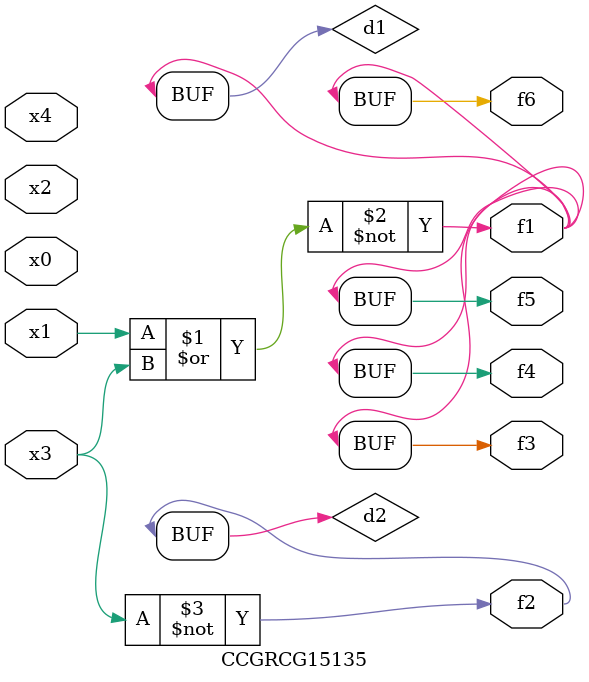
<source format=v>
module CCGRCG15135(
	input x0, x1, x2, x3, x4,
	output f1, f2, f3, f4, f5, f6
);

	wire d1, d2;

	nor (d1, x1, x3);
	not (d2, x3);
	assign f1 = d1;
	assign f2 = d2;
	assign f3 = d1;
	assign f4 = d1;
	assign f5 = d1;
	assign f6 = d1;
endmodule

</source>
